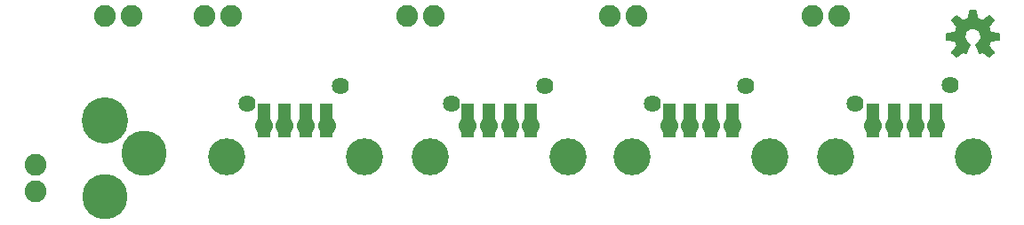
<source format=gbs>
G75*
G70*
%OFA0B0*%
%FSLAX24Y24*%
%IPPOS*%
%LPD*%
%AMOC8*
5,1,8,0,0,1.08239X$1,22.5*
%
%ADD10R,0.0450X0.1300*%
%ADD11C,0.1390*%
%ADD12C,0.1740*%
%ADD13C,0.1700*%
%ADD14C,0.0059*%
%ADD15C,0.0820*%
%ADD16C,0.0640*%
%ADD17C,0.0671*%
D10*
X010125Y005960D03*
X010905Y005960D03*
X011695Y005960D03*
X012475Y005970D03*
X017775Y005960D03*
X018555Y005960D03*
X019345Y005960D03*
X020135Y005960D03*
X025325Y005960D03*
X026105Y005960D03*
X026895Y005960D03*
X027685Y005960D03*
X032975Y005960D03*
X033755Y005960D03*
X034545Y005960D03*
X035335Y005960D03*
D11*
X036735Y004600D03*
X031565Y004600D03*
X029085Y004600D03*
X023915Y004600D03*
X021535Y004600D03*
X016365Y004600D03*
X013885Y004600D03*
X008715Y004600D03*
D12*
X004150Y005964D03*
D13*
X004160Y003081D03*
X005631Y004713D03*
D14*
X035733Y009001D02*
X035733Y009241D01*
X036050Y009273D01*
X036084Y009380D01*
X036136Y009480D01*
X035934Y009727D01*
X036103Y009897D01*
X036351Y009695D01*
X036451Y009746D01*
X036557Y009781D01*
X036589Y010098D01*
X036829Y010098D01*
X036862Y009781D01*
X036968Y009746D01*
X037068Y009695D01*
X037315Y009897D01*
X037485Y009727D01*
X037283Y009480D01*
X037335Y009380D01*
X037369Y009273D01*
X037686Y009241D01*
X037686Y009001D01*
X037369Y008969D01*
X037335Y008862D01*
X037283Y008763D01*
X037485Y008515D01*
X037315Y008346D01*
X037068Y008547D01*
X036968Y008496D01*
X036827Y008837D01*
X036880Y008866D01*
X036927Y008904D01*
X036965Y008950D01*
X036994Y009004D01*
X037011Y009061D01*
X037017Y009121D01*
X037011Y009184D01*
X036991Y009244D01*
X036960Y009299D01*
X036919Y009347D01*
X036868Y009385D01*
X036811Y009412D01*
X036750Y009426D01*
X036686Y009428D01*
X036624Y009417D01*
X036566Y009393D01*
X036513Y009358D01*
X036469Y009313D01*
X036435Y009260D01*
X036412Y009201D01*
X036402Y009139D01*
X036405Y009075D01*
X036421Y009014D01*
X036449Y008958D01*
X036488Y008908D01*
X036536Y008867D01*
X036592Y008837D01*
X036450Y008496D01*
X036351Y008547D01*
X036103Y008346D01*
X035934Y008515D01*
X036136Y008763D01*
X036084Y008862D01*
X036050Y008969D01*
X035733Y009001D01*
X035733Y009030D02*
X036417Y009030D01*
X036405Y009088D02*
X035733Y009088D01*
X035733Y009146D02*
X036403Y009146D01*
X036413Y009203D02*
X035733Y009203D01*
X035924Y009261D02*
X036435Y009261D01*
X036474Y009318D02*
X036064Y009318D01*
X036083Y009376D02*
X036540Y009376D01*
X036880Y009376D02*
X037336Y009376D01*
X037354Y009318D02*
X036944Y009318D01*
X036982Y009261D02*
X037495Y009261D01*
X037686Y009203D02*
X037005Y009203D01*
X037015Y009146D02*
X037686Y009146D01*
X037686Y009088D02*
X037014Y009088D01*
X037002Y009030D02*
X037686Y009030D01*
X037406Y008973D02*
X036977Y008973D01*
X036936Y008915D02*
X037352Y008915D01*
X037332Y008858D02*
X036866Y008858D01*
X036842Y008800D02*
X037303Y008800D01*
X037300Y008743D02*
X036866Y008743D01*
X036890Y008685D02*
X037347Y008685D01*
X037394Y008628D02*
X036914Y008628D01*
X036938Y008570D02*
X037440Y008570D01*
X037482Y008512D02*
X037111Y008512D01*
X037182Y008455D02*
X037425Y008455D01*
X037367Y008397D02*
X037252Y008397D01*
X037000Y008512D02*
X036962Y008512D01*
X036481Y008570D02*
X035978Y008570D01*
X035937Y008512D02*
X036308Y008512D01*
X036237Y008455D02*
X035994Y008455D01*
X036052Y008397D02*
X036167Y008397D01*
X036419Y008512D02*
X036457Y008512D01*
X036505Y008628D02*
X036025Y008628D01*
X036072Y008685D02*
X036529Y008685D01*
X036553Y008743D02*
X036119Y008743D01*
X036116Y008800D02*
X036576Y008800D01*
X036554Y008858D02*
X036087Y008858D01*
X036067Y008915D02*
X036482Y008915D01*
X036441Y008973D02*
X036013Y008973D01*
X036112Y009433D02*
X037307Y009433D01*
X037292Y009491D02*
X036127Y009491D01*
X036080Y009548D02*
X037339Y009548D01*
X037386Y009606D02*
X036033Y009606D01*
X035986Y009664D02*
X037433Y009664D01*
X037480Y009721D02*
X037100Y009721D01*
X037018Y009721D02*
X036401Y009721D01*
X036319Y009721D02*
X035939Y009721D01*
X035985Y009779D02*
X036248Y009779D01*
X036178Y009836D02*
X036043Y009836D01*
X036100Y009894D02*
X036107Y009894D01*
X036551Y009779D02*
X036868Y009779D01*
X036856Y009836D02*
X036563Y009836D01*
X036569Y009894D02*
X036850Y009894D01*
X036844Y009951D02*
X036575Y009951D01*
X036580Y010009D02*
X036838Y010009D01*
X036833Y010066D02*
X036586Y010066D01*
X037241Y009836D02*
X037376Y009836D01*
X037434Y009779D02*
X037170Y009779D01*
X037312Y009894D02*
X037319Y009894D01*
D15*
X031700Y009900D03*
X030700Y009900D03*
X024100Y009900D03*
X023100Y009900D03*
X016500Y009900D03*
X015500Y009900D03*
X008900Y009900D03*
X007900Y009900D03*
X005170Y009880D03*
X004170Y009880D03*
X001550Y004300D03*
X001550Y003300D03*
D16*
X009500Y006600D03*
X013000Y007250D03*
X017150Y006600D03*
X020650Y007250D03*
X024700Y006600D03*
X028200Y007250D03*
X032300Y006600D03*
X035850Y007300D03*
D17*
X035330Y005760D03*
X034550Y005760D03*
X033750Y005760D03*
X032970Y005760D03*
X027680Y005760D03*
X026900Y005760D03*
X026100Y005760D03*
X025320Y005760D03*
X020130Y005760D03*
X019350Y005760D03*
X018550Y005760D03*
X017770Y005760D03*
X012480Y005760D03*
X011700Y005760D03*
X010900Y005760D03*
X010120Y005760D03*
M02*

</source>
